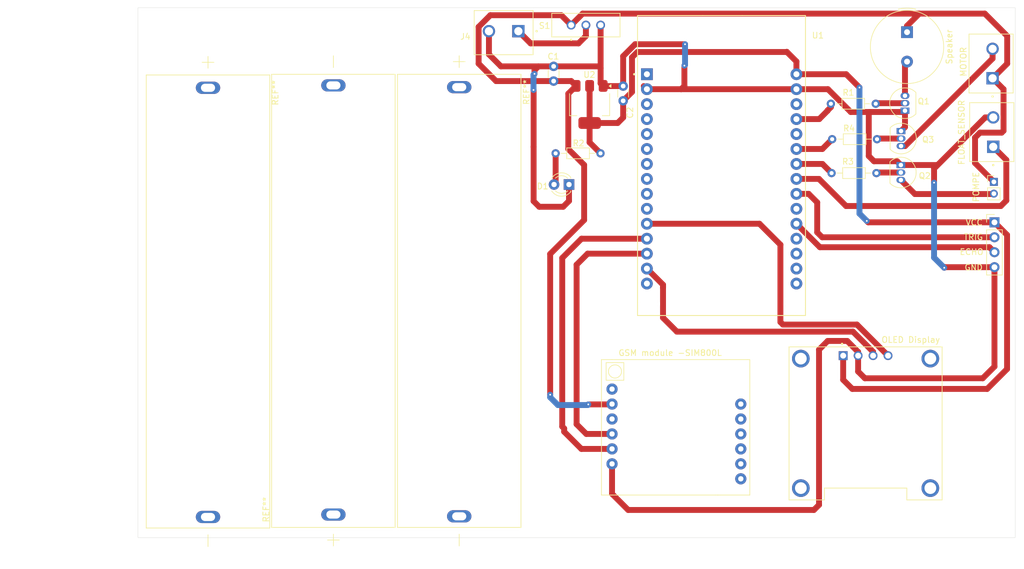
<source format=kicad_pcb>
(kicad_pcb (version 20240108) (generator "pcbnew") (generator_version "8.0")
  (layers (0 "F.Cu" signal) (31 "B.Cu" signal) (34 "B.Paste" user) (35 "F.Paste" user) (36 "B.SilkS" user "B.Silkscreen") (37 "F.SilkS" user "F.Silkscreen") (38 "B.Mask" user) (39 "F.Mask" user) (44 "Edge.Cuts" user))
  (net 0 "")
  (net 1 "GND")
  (net 2 "/Valim")
  (net 3 "+3.3V")
  (net 4 "Net-(D1-A)")
  (net 6 "/TRIG_GPIO")
  (net 7 "/ECHO_GPIO")
  (net 8 "/Q3_COLLECTOR")
  (net 9 "/Q2_COLLECTOR")
  (net 10 "Net-(J4-Pin_1)")
  (net 11 "/FLOAT_SENSOR_GPIO")
  (net 12 "Net-(Q1-C)")
  (net 13 "Net-(Q1-B)")
  (net 14 "Net-(Q2-B)")
  (net 15 "Net-(Q3-B)")
  (net 16 "/ALARM_GPIO")
  (net 17 "/POMPE_GPIO")
  (net 18 "/MOTOR_GPIO")
  (net 19 "/LED_FLOAT_SENSOR_GPIO")
  (net 23 "/SIM800L_RX_GPIO")
  (net 29 "/SIM800L_TX_GPIO")
  (net 30 "/OLED_SDA")
  (net 31 "/OLED_SCL")
  (footprint "Connector_PinHeader_2.54mm:PinHeader_1x04_P2.54mm_Vertical" (layer "F.Cu") (at 186.49 86.45)
    (property "Reference" "VCC" (at -3.45 0.04 0) (layer "F.SilkS"))
    (property "Value" "ultrasonic_sensor")
    (fp_line (start -1.33 -1.33) (end 0 -1.33) (stroke (width 0.12)) (layer "F.SilkS"))
    (fp_line (start -1.33 0) (end -1.33 -1.33) (stroke (width 0.12)) (layer "F.SilkS"))
    (fp_line (start -1.33 1.27) (end -1.33 8.95) (stroke (width 0.12)) (layer "F.SilkS"))
    (fp_line (start -1.33 1.27) (end 1.33 1.27) (stroke (width 0.12)) (layer "F.SilkS"))
    (fp_line (start -1.33 8.95) (end 1.33 8.95) (stroke (width 0.12)) (layer "F.SilkS"))
    (fp_line (start 1.33 1.27) (end 1.33 8.95) (stroke (width 0.12)) (layer "F.SilkS"))
    (pad "1" thru_hole rect (at 0 0) (size 1.7 1.7) (drill 1) (layers "*.Cu" "*.Mask") (net 3 "+3.3V"))
    (pad "2" thru_hole oval (at 0 2.54) (size 1.7 1.7) (drill 1) (layers "*.Cu" "*.Mask") (net 6 "/TRIG_GPIO"))
    (pad "3" thru_hole oval (at 0 5.08) (size 1.7 1.7) (drill 1) (layers "*.Cu" "*.Mask") (net 7 "/ECHO_GPIO"))
    (pad "4" thru_hole oval (at 0 7.62) (size 1.7 1.7) (drill 1) (layers "*.Cu" "*.Mask") (net 1 "GND"))
  )
  (footprint "Resistor_THT:R_Axial_DIN0204_L3.6mm_D1.6mm_P7.62mm_Horizontal" (layer "F.Cu") (at 119.57 74.73 180)
    (property "Reference" "R2" (at 3.73 1.71 0) (layer "F.SilkS"))
    (property "Value" "1k")
    (fp_line (start 6.68 0) (end 5.73 0) (stroke (width 0.12)) (layer "F.SilkS"))
    (fp_line (start 5.73 0.92) (end 5.73 -0.92) (stroke (width 0.12)) (layer "F.SilkS"))
    (fp_line (start 5.73 -0.92) (end 1.89 -0.92) (stroke (width 0.12)) (layer "F.SilkS"))
    (fp_line (start 1.89 0.92) (end 5.73 0.92) (stroke (width 0.12)) (layer "F.SilkS"))
    (fp_line (start 1.89 -0.92) (end 1.89 0.92) (stroke (width 0.12)) (layer "F.SilkS"))
    (fp_line (start 0.94 0) (end 1.89 0) (stroke (width 0.12)) (layer "F.SilkS"))
    (pad "1" thru_hole circle (at 0 0 180) (size 1.4 1.4) (drill 0.7) (layers "*.Cu" "*.Mask") (net 3 "+3.3V"))
    (pad "2" thru_hole oval (at 7.62 0 180) (size 1.4 1.4) (drill 0.7) (layers "*.Cu" "*.Mask") (net 4 "Net-(D1-A)"))
  )
  (footprint "KF301-2P:HANDSON_KF301-2P" (layer "F.Cu") (at 186.28 71.13 90)
    (property "Reference" "FLOAT_SENSOR" (at -0.05 -5.38 90) (layer "F.SilkS"))
    (property "Value" "Float-sensor")
    (fp_line (start 5 -4) (end 5 3.5) (stroke (width 0.127)) (layer "F.SilkS"))
    (fp_line (start -5 -4) (end 5 -4) (stroke (width 0.127)) (layer "F.SilkS"))
    (fp_line (start 5 3.5) (end -5 3.5) (stroke (width 0.127)) (layer "F.SilkS"))
    (fp_line (start -5 3.5) (end -5 -4) (stroke (width 0.127)) (layer "F.SilkS"))
    (fp_circle (center -5.6 0) (end -5.5 0) (stroke (width 0.2)) (fill none) (layer "F.SilkS"))
    (pad "1" thru_hole rect (at -2.5 0 90) (size 2.1 2.1) (drill 1.4) (layers "*.Cu" "*.Mask") (net 11 "/FLOAT_SENSOR_GPIO"))
    (pad "2" thru_hole circle (at 2.5 0 90) (size 2.1 2.1) (drill 1.4) (layers "*.Cu" "*.Mask") (net 1 "GND"))
  )
  (footprint "Package_TO_SOT_THT:TO-92_Inline" (layer "F.Cu") (at 170.62 70.95 -90)
    (property "Reference" "Q3" (at 1.45 -4.6 180) (layer "F.SilkS"))
    (property "Value" "S8550")
    (fp_line (start -0.53 1.85) (end 3.07 1.85) (stroke (width 0.12)) (layer "F.SilkS"))
    (fp_arc (start -0.568478 1.838478) (mid -1.132087 -0.994977) (end 1.27 -2.6) (stroke (width 0.12)) (layer "F.SilkS"))
    (fp_arc (start 1.27 -2.6) (mid 3.672087 -0.994977) (end 3.108478 1.838478) (stroke (width 0.12)) (layer "F.SilkS"))
    (pad "1" thru_hole rect (at 0 0 270) (size 1.05 1.5) (drill 0.75) (layers "*.Cu" "*.Mask") (net 1 "GND"))
    (pad "2" thru_hole oval (at 1.27 0 270) (size 1.05 1.5) (drill 0.75) (layers "*.Cu" "*.Mask") (net 15 "Net-(Q3-B)"))
    (pad "3" thru_hole oval (at 2.54 0 270) (size 1.05 1.5) (drill 0.75) (layers "*.Cu" "*.Mask") (net 8 "/Q3_COLLECTOR"))
  )
  (footprint "Package_TO_SOT_THT:TO-92_Inline" (layer "F.Cu") (at 171.29 67.49 90)
    (property "Reference" "Q1" (at 1.58 3.17 180) (layer "F.SilkS"))
    (property "Value" "S8550")
    (fp_line (start -0.53 1.85) (end 3.07 1.85) (stroke (width 0.12)) (layer "F.SilkS"))
    (fp_arc (start 1.27 -2.6) (mid 3.672087 -0.994977) (end 3.108478 1.838478) (stroke (width 0.12)) (layer "F.SilkS"))
    (fp_arc (start -0.568478 1.838478) (mid -1.132087 -0.994977) (end 1.27 -2.6) (stroke (width 0.12)) (layer "F.SilkS"))
    (pad "1" thru_hole rect (at 0 0 90) (size 1.05 1.5) (drill 0.75) (layers "*.Cu" "*.Mask") (net 1 "GND"))
    (pad "2" thru_hole oval (at 1.27 0 90) (size 1.05 1.5) (drill 0.75) (layers "*.Cu" "*.Mask") (net 13 "Net-(Q1-B)"))
    (pad "3" thru_hole oval (at 2.54 0 90) (size 1.05 1.5) (drill 0.75) (layers "*.Cu" "*.Mask") (net 12 "Net-(Q1-C)"))
  )
  (footprint "Buzzer_Beeper:Buzzer_TDK_PS1240P02BT_D12.2mm_H6.5mm" (layer "F.Cu") (at 171.64 54.149216 -90)
    (property "Reference" "Speaker" (at 2.5 -7.17 90) (layer "F.SilkS"))
    (property "Value" "Speaker_Crystal")
    (fp_arc (start -3.9 1.499999) (mid -4.073431 0) (end -3.9 -1.5) (stroke (width 0.12)) (layer "F.SilkS"))
    (fp_circle (center 2.5 0) (end 8.73 0) (stroke (width 0.12)) (fill none) (layer "F.SilkS"))
    (pad "1" thru_hole rect (at 0 0 270) (size 2 2) (drill 1) (layers "*.Cu" "*.Mask") (net 2 "/Valim"))
    (pad "2" thru_hole circle (at 5 0 270) (size 2 2) (drill 1) (layers "*.Cu" "*.Mask") (net 12 "Net-(Q1-C)"))
  )
  (footprint "MY_LIBRARY:BAT_BK-18650-PC2" (layer "F.Cu") (at 74.2 99.79 90)
    (property "Reference" "REF**" (at -35.455 -11.43 90) (layer "F.SilkS"))
    (property "Value" "BAT_BK-18650-PC2")
    (fp_line (start 38.48 -10.49) (end 38.48 10.49) (stroke (width 0.127)) (layer "F.SilkS"))
    (fp_line (start -38.48 -10.49) (end 38.48 -10.49) (stroke (width 0.127)) (layer "F.SilkS"))
    (fp_line (start -40.63 -1) (end -40.63 1) (stroke (width 0.127)) (layer "F.SilkS"))
    (fp_line (start 39.63 0) (end 41.63 0) (stroke (width 0.127)) (layer "F.SilkS"))
    (fp_line (start -41.63 0) (end -39.63 0) (stroke (width 0.127)) (layer "F.SilkS"))
    (fp_line (start 38.48 10.49) (end -38.48 10.49) (stroke (width 0.127)) (layer "F.SilkS"))
    (fp_line (start -38.48 10.49) (end -38.48 -10.49) (stroke (width 0.127)) (layer "F.SilkS"))
    (pad "" np_thru_hole circle (at -27.805 0 90) (size 3.2 3.2) (drill 3.2) (layers "*.Cu" "*.Mask"))
    (pad "" np_thru_hole circle (at 27.81 0 90) (size 3.2 3.2) (drill 3.2) (layers "*.Cu" "*.Mask"))
    (pad "+" thru_hole oval (at -36.3 0 90) (size 2.07 4.14) (drill oval 1.38 2.4) (layers "*.Cu" "*.Mask"))
    (pad "-" thru_hole oval (at 36.6 0 90) (size 2.07 4.14) (drill oval 1.38 2.4) (layers "*.Cu" "*.Mask"))
  )
  (footprint "Resistor_THT:R_Axial_DIN0204_L3.6mm_D1.6mm_P7.62mm_Horizontal" (layer "F.Cu") (at 158.7 66.31)
    (property "Reference" "R1" (at 2.98 -1.9 360) (layer "F.SilkS"))
    (property "Value" "1k")
    (fp_line (start 0.94 0) (end 1.89 0) (stroke (width 0.12)) (layer "F.SilkS"))
    (fp_line (start 1.89 -0.92) (end 1.89 0.92) (stroke (width 0.12)) (layer "F.SilkS"))
    (fp_line (start 1.89 0.92) (end 5.73 0.92) (stroke (width 0.12)) (layer "F.SilkS"))
    (fp_line (start 5.73 -0.92) (end 1.89 -0.92) (stroke (width 0.12)) (layer "F.SilkS"))
    (fp_line (start 5.73 0.92) (end 5.73 -0.92) (stroke (width 0.12)) (layer "F.SilkS"))
    (fp_line (start 6.68 0) (end 5.73 0) (stroke (width 0.12)) (layer "F.SilkS"))
    (pad "1" thru_hole circle (at 0 0) (size 1.4 1.4) (drill 0.7) (layers "*.Cu" "*.Mask") (net 16 "/ALARM_GPIO"))
    (pad "2" thru_hole oval (at 7.62 0) (size 1.4 1.4) (drill 0.7) (layers "*.Cu" "*.Mask") (net 13 "Net-(Q1-B)"))
  )
  (footprint "Package_TO_SOT_THT:TO-92_Inline" (layer "F.Cu") (at 170.59 76.72 -90)
    (property "Reference" "Q2" (at 1.84 -4.05 180) (layer "F.SilkS"))
    (property "Value" "S8550")
    (fp_line (start -0.53 1.85) (end 3.07 1.85) (stroke (width 0.12)) (layer "F.SilkS"))
    (fp_arc (start -0.568478 1.838478) (mid -1.132087 -0.994977) (end 1.27 -2.6) (stroke (width 0.12)) (layer "F.SilkS"))
    (fp_arc (start 1.27 -2.6) (mid 3.672087 -0.994977) (end 3.108478 1.838478) (stroke (width 0.12)) (layer "F.SilkS"))
    (pad "1" thru_hole rect (at 0 0 270) (size 1.05 1.5) (drill 0.75) (layers "*.Cu" "*.Mask") (net 1 "GND"))
    (pad "2" thru_hole oval (at 1.27 0 270) (size 1.05 1.5) (drill 0.75) (layers "*.Cu" "*.Mask") (net 14 "Net-(Q2-B)"))
    (pad "3" thru_hole oval (at 2.54 0 270) (size 1.05 1.5) (drill 0.75) (layers "*.Cu" "*.Mask") (net 9 "/Q2_COLLECTOR"))
  )
  (footprint "MY_LIBRARY:SW_EG1218" (layer "F.Cu") (at 117.09 52.95)
    (property "Reference" "S1" (at -7.02 0.11 0) (layer "F.SilkS"))
    (property "Value" "EG1218")
    (fp_line (start -5.8 -2) (end 5.8 -2) (stroke (width 0.127)) (layer "F.SilkS"))
    (fp_line (start -5.8 2) (end -5.8 -2) (stroke (width 0.127)) (layer "F.SilkS"))
    (fp_line (start 5.8 -2) (end 5.8 2) (stroke (width 0.127)) (layer "F.SilkS"))
    (fp_line (start 5.8 2) (end -5.8 2) (stroke (width 0.127)) (layer "F.SilkS"))
    (fp_circle (center -2.5 2.5) (end -2.4 2.5) (stroke (width 0.2)) (fill none) (layer "F.SilkS"))
    (pad "1" thru_hole circle (at -2.5 0) (size 1.508 1.508) (drill 1) (layers "*.Cu" "*.Mask") (net 2 "/Valim"))
    (pad "2" thru_hole circle (at 0 0) (size 1.508 1.508) (drill 1) (layers "*.Cu" "*.Mask") (net 10 "Net-(J4-Pin_1)"))
    (pad "3" thru_hole circle (at 2.5 0) (size 1.508 1.508) (drill 1) (layers "*.Cu" "*.Mask") (net 1 "GND"))
  )
  (footprint "Resistor_THT:R_Axial_DIN0204_L3.6mm_D1.6mm_P7.62mm_Horizontal" (layer "F.Cu") (at 158.82 78.09)
    (property "Reference" "R3" (at 2.79 -1.96 0) (layer "F.SilkS"))
    (property "Value" "1k")
    (fp_line (start 0.94 0) (end 1.89 0) (stroke (width 0.12)) (layer "F.SilkS"))
    (fp_line (start 1.89 -0.92) (end 1.89 0.92) (stroke (width 0.12)) (layer "F.SilkS"))
    (fp_line (start 1.89 0.92) (end 5.73 0.92) (stroke (width 0.12)) (layer "F.SilkS"))
    (fp_line (start 5.73 -0.92) (end 1.89 -0.92) (stroke (width 0.12)) (layer "F.SilkS"))
    (fp_line (start 5.73 0.92) (end 5.73 -0.92) (stroke (width 0.12)) (layer "F.SilkS"))
    (fp_line (start 6.68 0) (end 5.73 0) (stroke (width 0.12)) (layer "F.SilkS"))
    (pad "1" thru_hole circle (at 0 0) (size 1.4 1.4) (drill 0.7) (layers "*.Cu" "*.Mask") (net 17 "/POMPE_GPIO"))
    (pad "2" thru_hole oval (at 7.62 0) (size 1.4 1.4) (drill 0.7) (layers "*.Cu" "*.Mask") (net 14 "Net-(Q2-B)"))
  )
  (footprint "MY_LIBRARY:BAT_BK-18650-PC2" (layer "F.Cu") (at 95.57 99.79 -90)
    (property "Reference" "REF**" (at -35.455 -11.43 90) (layer "F.SilkS"))
    (property "Value" "BAT_BK-18650-PC2")
    (fp_line (start -38.48 10.49) (end -38.48 -10.49) (stroke (width 0.127)) (layer "F.SilkS"))
    (fp_line (start 38.48 10.49) (end -38.48 10.49) (stroke (width 0.127)) (layer "F.SilkS"))
    (fp_line (start -41.63 0) (end -39.63 0) (stroke (width 0.127)) (layer "F.SilkS"))
    (fp_line (start 39.63 0) (end 41.63 0) (stroke (width 0.127)) (layer "F.SilkS"))
    (fp_line (start -40.63 -1) (end -40.63 1) (stroke (width 0.127)) (layer "F.SilkS"))
    (fp_line (start -38.48 -10.49) (end 38.48 -10.49) (stroke (width 0.127)) (layer "F.SilkS"))
    (fp_line (start 38.48 -10.49) (end 38.48 10.49) (stroke (width 0.127)) (layer "F.SilkS"))
    (pad "" np_thru_hole circle (at -27.805 0 270) (size 3.2 3.2) (drill 3.2) (layers "*.Cu" "*.Mask"))
    (pad "" np_thru_hole circle (at 27.81 0 270) (size 3.2 3.2) (drill 3.2) (layers "*.Cu" "*.Mask"))
    (pad "+" thru_hole oval (at -36.3 0 270) (size 2.07 4.14) (drill oval 1.38 2.4) (layers "*.Cu" "*.Mask"))
    (pad "-" thru_hole oval (at 36.6 0 270) (size 2.07 4.14) (drill oval 1.38 2.4) (layers "*.Cu" "*.Mask"))
  )
  (footprint "Package_TO_SOT_SMD:SOT-223-3_TabPin2" (layer "F.Cu") (at 117.72 66.43 -90)
    (property "Reference" "U2" (at -5.05 0.04 180) (layer "F.SilkS"))
    (property "Value" "AMS1117-3.3")
    (fp_line (start -1.85 3.41) (end 1.91 3.41) (stroke (width 0.12)) (layer "F.SilkS"))
    (fp_line (start 1.91 3.41) (end 1.91 2.15) (stroke (width 0.12)) (layer "F.SilkS"))
    (fp_line (start -1.85 -3.41) (end 1.91 -3.41) (stroke (width 0.12)) (layer "F.SilkS"))
    (fp_line (start 1.91 -3.41) (end 1.91 -2.15) (stroke (width 0.12)) (layer "F.SilkS"))
    (fp_poly (pts (xy -3.13 -3.31) (xy -3.37 -3.64) (xy -2.89 -3.64) (xy -3.13 -3.31)) (stroke (width 0.12)) (fill solid) (layer "F.SilkS"))
    (pad "1" smd roundrect (at -3.15 -2.3 270) (size 2 1.5) (layers "F.Cu" "F.Paste" "F.Mask") (net 1 "GND"))
    (pad "2" smd roundrect (at -3.15 0 270) (size 2 1.5) (layers "F.Cu" "F.Paste" "F.Mask") (net 3 "+3.3V"))
    (pad "2" smd roundrect (at 3.15 0 270) (size 2 3.8) (layers "F.Cu" "F.Paste" "F.Mask") (net 3 "+3.3V"))
    (pad "3" smd roundrect (at -3.15 2.3 270) (size 2 1.5) (layers "F.Cu" "F.Paste" "F.Mask") (net 2 "/Valim"))
  )
  (footprint "Capacitor_THT:C_Disc_D3.0mm_W1.6mm_P2.50mm" (layer "F.Cu") (at 123.42 65.81 90)
    (property "Reference" "C2" (at -2.02 1.17 90) (layer "F.SilkS"))
    (property "Value" "10u")
    (fp_line (start 0.621 -0.92) (end 1.879 -0.92) (stroke (width 0.12)) (layer "F.SilkS"))
    (fp_line (start 0.621 0.92) (end 1.879 0.92) (stroke (width 0.12)) (layer "F.SilkS"))
    (pad "1" thru_hole circle (at 0 0 90) (size 1.6 1.6) (drill 0.8) (layers "*.Cu" "*.Mask") (net 3 "+3.3V"))
    (pad "2" thru_hole circle (at 2.5 0 90) (size 1.6 1.6) (drill 0.8) (layers "*.Cu" "*.Mask") (net 1 "GND"))
  )
  (footprint "SIM800L-Core-Module-KiCad-Footprint:SIM800L" (layer "F.Cu") (at 121.53 114.78)
    (property "Reference" "GSM module -SIM800L" (at 9.87 -6.15 0) (layer "F.SilkS"))
    (property "Value" "SIM800L-CORE")
    (fp_line (start -1.8 10.8) (end -1.8 -5) (stroke (width 0.12)) (layer "F.SilkS"))
    (fp_line (start -1.8 10.8) (end -1.8 18) (stroke (width 0.12)) (layer "F.SilkS"))
    (fp_line (start -1.8 18) (end 0 18) (stroke (width 0.12)) (layer "F.SilkS"))
    (fp_line (start 0 -5) (end -1.8 -5) (stroke (width 0.12)) (layer "F.SilkS"))
    (fp_line (start 0 -5) (end 20 -5) (stroke (width 0.12)) (layer "F.SilkS"))
    (fp_line (start 0 18) (end 18 18) (stroke (width 0.12)) (layer "F.SilkS"))
    (fp_line (start 18 18) (end 23.4 18) (stroke (width 0.12)) (layer "F.SilkS"))
    (fp_line (start 20 -5) (end 23 -5) (stroke (width 0.12)) (layer "F.SilkS"))
    (fp_line (start 23.4 -5) (end 23 -5) (stroke (width 0.12)) (layer "F.SilkS"))
    (fp_line (start 23.4 18) (end 23.4 -5) (stroke (width 0.12)) (layer "F.SilkS"))
    (fp_rect (start -1 -4.5) (end 2 -1.5) (stroke (width 0.12)) (fill none) (layer "F.SilkS"))
    (fp_circle (center 0.5 -3) (end 1.5 -2.5) (stroke (width 0.12)) (fill none) (layer "F.SilkS"))
    (pad "1" thru_hole circle (at 0 0) (size 1.9 1.9) (drill 0.9) (layers "*.Cu" "*.Mask"))
    (pad "2" thru_hole circle (at 0 2.54) (size 1.9 1.9) (drill 0.9) (layers "*.Cu" "*.Mask") (net 2 "/Valim"))
    (pad "3" thru_hole circle (at 0 5.08) (size 1.9 1.9) (drill 0.9) (layers "*.Cu" "*.Mask"))
    (pad "4" thru_hole circle (at 0 7.62) (size 1.9 1.9) (drill 0.9) (layers "*.Cu" "*.Mask") (net 29 "/SIM800L_TX_GPIO"))
    (pad "5" thru_hole circle (at 0 10.16) (size 1.9 1.9) (drill 0.9) (layers "*.Cu" "*.Mask") (net 23 "/SIM800L_RX_GPIO"))
    (pad "6" thru_hole circle (at 0 12.7) (size 1.9 1.9) (drill 0.9) (layers "*.Cu" "*.Mask") (net 1 "GND"))
    (pad "7" thru_hole circle (at 21.87 15.24) (size 1.9 1.9) (drill 0.9) (layers "*.Cu" "*.Mask"))
    (pad "8" thru_hole circle (at 21.87 12.7) (size 1.9 1.9) (drill 0.9) (layers "*.Cu" "*.Mask"))
    (pad "9" thru_hole circle (at 21.87 10.16) (size 1.9 1.9) (drill 0.9) (layers "*.Cu" "*.Mask"))
    (pad "10" thru_hole circle (at 21.87 7.62) (size 1.9 1.9) (drill 0.9) (layers "*.Cu" "*.Mask"))
    (pad "11" thru_hole circle (at 21.87 5.08) (size 1.9 1.9) (drill 0.9) (layers "*.Cu" "*.Mask"))
    (pad "12" thru_hole circle (at 21.87 2.54) (size 1.9 1.9) (drill 0.9) (layers "*.Cu" "*.Mask"))
  )
  (footprint "Resistor_THT:R_Axial_DIN0204_L3.6mm_D1.6mm_P7.62mm_Horizontal" (layer "F.Cu") (at 158.92 72.33)
    (property "Reference" "R4" (at 2.87 -1.84 0) (layer "F.SilkS"))
    (property "Value" "1k")
    (fp_line (start 0.94 0) (end 1.89 0) (stroke (width 0.12)) (layer "F.SilkS"))
    (fp_line (start 1.89 -0.92) (end 1.89 0.92) (stroke (width 0.12)) (layer "F.SilkS"))
    (fp_line (start 1.89 0.92) (end 5.73 0.92) (stroke (width 0.12)) (layer "F.SilkS"))
    (fp_line (start 5.73 -0.92) (end 1.89 -0.92) (stroke (width 0.12)) (layer "F.SilkS"))
    (fp_line (start 5.73 0.92) (end 5.73 -0.92) (stroke (width 0.12)) (layer "F.SilkS"))
    (fp_line (start 6.68 0) (end 5.73 0) (stroke (width 0.12)) (layer "F.SilkS"))
    (pad "1" thru_hole circle (at 0 0) (size 1.4 1.4) (drill 0.7) (layers "*.Cu" "*.Mask") (net 18 "/MOTOR_GPIO"))
    (pad "2" thru_hole oval (at 7.62 0) (size 1.4 1.4) (drill 0.7) (layers "*.Cu" "*.Mask") (net 15 "Net-(Q3-B)"))
  )
  (footprint "MY_LIBRARY:MODULE_ESP32_DEVKIT_V1" (layer "F.Cu") (at 140.15 76.81)
    (property "Reference" "U1" (at 16.35 -22.1 0) (layer "F.SilkS"))
    (property "Value" "ESP32-DEVKIT-V1")
    (fp_line (start -14.28 -25.475) (end -3.211 -25.475) (stroke (width 0.127)) (layer "F.SilkS"))
    (fp_line (start -14.28 -25.475) (end 14.23 -25.475) (stroke (width 0.127)) (layer "F.SilkS"))
    (fp_line (start -14.28 25.475) (end -14.28 -25.475) (stroke (width 0.127)) (layer "F.SilkS"))
    (fp_line (start -14.28 25.475) (end -14.28 -25.475) (stroke (width 0.127)) (layer "F.SilkS"))
    (fp_line (start -14.28 25.475) (end -8.91 25.475) (stroke (width 0.127)) (layer "F.SilkS"))
    (fp_line (start -8.91 25.475) (end 8.78 25.475) (stroke (width 0.127)) (layer "F.SilkS"))
    (fp_line (start -3.211 -25.475) (end 3.5 -25.475) (stroke (width 0.127)) (layer "F.SilkS"))
    (fp_line (start 3.5 -25.475) (end 14.23 -25.475) (stroke (width 0.127)) (layer "F.SilkS"))
    (fp_line (start 8.78 25.475) (end 14.23 25.475) (stroke (width 0.127)) (layer "F.SilkS"))
    (fp_line (start 14.23 -25.475) (end 14.23 25.475) (stroke (width 0.127)) (layer "F.SilkS"))
    (fp_line (start 14.23 -25.475) (end 14.23 25.475) (stroke (width 0.127)) (layer "F.SilkS"))
    (fp_line (start 14.23 25.475) (end -14.28 25.475) (stroke (width 0.127)) (layer "F.SilkS"))
    (fp_circle (center -14.85 -15.515) (end -14.75 -15.515) (stroke (width 0.2)) (fill none) (layer "F.SilkS"))
    (pad "" np_thru_hole circle (at -12.28 -23.475) (size 3 3) (drill 3) (layers "*.Cu" "*.Mask"))
    (pad "" np_thru_hole circle (at -12.28 23.475) (size 3 3) (drill 3) (layers "*.Cu" "*.Mask"))
    (pad "" np_thru_hole circle (at 12.23 -23.475) (size 3 3) (drill 3) (layers "*.Cu" "*.Mask"))
    (pad "" np_thru_hole circle (at 12.23 23.475) (size 3 3) (drill 3) (layers "*.Cu" "*.Mask"))
    (pad "1" thru_hole rect (at -12.7 -15.515) (size 2 2) (drill 1.02) (layers "*.Cu" "*.Mask"))
    (pad "2" thru_hole circle (at -12.7 -12.975) (size 2 2) (drill 1.02) (layers "*.Cu" "*.Mask") (net 1 "GND"))
    (pad "3" thru_hole circle (at -12.7 -10.435) (size 2 2) (drill 1.02) (layers "*.Cu" "*.Mask"))
    (pad "4" thru_hole circle (at -12.7 -7.895) (size 2 2) (drill 1.02) (layers "*.Cu" "*.Mask"))
    (pad "5" thru_hole circle (at -12.7 -5.355) (size 2 2) (drill 1.02) (layers "*.Cu" "*.Mask"))
    (pad "6" thru_hole circle (at -12.7 -2.815) (size 2 2) (drill 1.02) (layers "*.Cu" "*.Mask"))
    (pad "7" thru_hole circle (at -12.7 -0.275) (size 2 2) (drill 1.02) (layers "*.Cu" "*.Mask"))
    (pad "8" thru_hole circle (at -12.7 2.265) (size 2 2) (drill 1.02) (layers "*.Cu" "*.Mask"))
    (pad "9" thru_hole circle (at -12.7 4.805) (size 2 2) (drill 1.02) (layers "*.Cu" "*.Mask"))
    (pad "10" thru_hole circle (at -12.7 7.345) (size 2 2) (drill 1.02) (layers "*.Cu" "*.Mask"))
    (pad "11" thru_hole circle (at -12.7 9.885) (size 2 2) (drill 1.02) (layers "*.Cu" "*.Mask") (net 30 "/OLED_SDA"))
    (pad "12" thru_hole circle (at -12.7 12.425) (size 2 2) (drill 1.02) (layers "*.Cu" "*.Mask") (net 23 "/SIM800L_RX_GPIO"))
    (pad "13" thru_hole circle (at -12.7 14.965) (size 2 2) (drill 1.02) (layers "*.Cu" "*.Mask") (net 29 "/SIM800L_TX_GPIO"))
    (pad "14" thru_hole circle (at -12.7 17.505) (size 2 2) (drill 1.02) (layers "*.Cu" "*.Mask") (net 31 "/OLED_SCL"))
    (pad "15" thru_hole circle (at -12.7 20.045) (size 2 2) (drill 1.02) (layers "*.Cu" "*.Mask"))
    (pad "16" thru_hole circle (at 12.7 20.045) (size 2 2) (drill 1.02) (layers "*.Cu" "*.Mask"))
    (pad "17" thru_hole circle (at 12.7 17.505) (size 2 2) (drill 1.02) (layers "*.Cu" "*.Mask"))
    (pad "18" thru_hole circle (at 12.7 14.965) (size 2 2) (drill 1.02) (layers "*.Cu" "*.Mask"))
    (pad "19" thru_hole circle (at 12.7 12.425) (size 2 2) (drill 1.02) (layers "*.Cu" "*.Mask"))
    (pad "20" thru_hole circle (at 12.7 9.885) (size 2 2) (drill 1.02) (layers "*.Cu" "*.Mask") (net 7 "/ECHO_GPIO"))
    (pad "21" thru_hole circle (at 12.7 7.345) (size 2 2) (drill 1.02) (layers "*.Cu" "*.Mask") (net 19 "/LED_FLOAT_SENSOR_GPIO"))
    (pad "22" thru_hole circle (at 12.7 4.805) (size 2 2) (drill 1.02) (layers "*.Cu" "*.Mask") (net 6 "/TRIG_GPIO"))
    (pad "23" thru_hole circle (at 12.7 2.265) (size 2 2) (drill 1.02) (layers "*.Cu" "*.Mask") (net 11 "/FLOAT_SENSOR_GPIO"))
    (pad "24" thru_hole circle (at 12.7 -0.275) (size 2 2) (drill 1.02) (layers "*.Cu" "*.Mask") (net 17 "/POMPE_GPIO"))
    (pad "25" thru_hole circle (at 12.7 -2.815) (size 2 2) (drill 1.02) (layers "*.Cu" "*.Mask") (net 18 "/MOTOR_GPIO"))
    (pad "26" thru_hole circle (at 12.7 -5.355) (size 2 2) (drill 1.02) (layers "*.Cu" "*.Mask"))
    (pad "27" thru_hole circle (at 12.7 -7.895) (size 2 2) (drill 1.02) (layers "*.Cu" "*.Mask") (net 16 "/ALARM_GPIO"))
    (pad "28" thru_hole circle (at 12.7 -10.435) (size 2 2) (drill 1.02) (layers "*.Cu" "*.Mask"))
    (pad "29" thru_hole circle (at 12.7 -12.975) (size 2 2) (drill 1.02) (layers "*.Cu" "*.Mask") (net 1 "GND"))
    (pad "30" thru_hole circle (at 12.7 -15.515) (size 2 2) (drill 1.02) (layers "*.Cu" "*.Mask") (net 3 "+3.3V"))
  )
  (footprint "MY_LIBRARY:BAT_BK-18650-PC2" (layer "F.Cu") (at 52.9 99.9 -90)
    (property "Reference" "REF**" (at -35.455 -11.43 90) (layer "F.SilkS"))
    (property "Value" "BAT_BK-18650-PC2")
    (fp_line (start -38.48 10.49) (end -38.48 -10.49) (stroke (width 0.127)) (layer "F.SilkS"))
    (fp_line (start 38.48 10.49) (end -38.48 10.49) (stroke (width 0.127)) (layer "F.SilkS"))
    (fp_line (start -41.63 0) (end -39.63 0) (stroke (width 0.127)) (layer "F.SilkS"))
    (fp_line (start 39.63 0) (end 41.63 0) (stroke (width 0.127)) (layer "F.SilkS"))
    (fp_line (start -40.63 -1) (end -40.63 1) (stroke (width 0.127)) (layer "F.SilkS"))
    (fp_line (start -38.48 -10.49) (end 38.48 -10.49) (stroke (width 0.127)) (layer "F.SilkS"))
    (fp_line (start 38.48 -10.49) (end 38.48 10.49) (stroke (width 0.127)) (layer "F.SilkS"))
    (pad "" np_thru_hole circle (at -27.805 0 270) (size 3.2 3.2) (drill 3.2) (layers "*.Cu" "*.Mask"))
    (pad "" np_thru_hole circle (at 27.81 0 270) (size 3.2 3.2) (drill 3.2) (layers "*.Cu" "*.Mask"))
    (pad "+" thru_hole oval (at -36.3 0 270) (size 2.07 4.14) (drill oval 1.38 2.4) (layers "*.Cu" "*.Mask"))
    (pad "-" thru_hole oval (at 36.6 0 270) (size 2.07 4.14) (drill oval 1.38 2.4) (layers "*.Cu" "*.Mask"))
  )
  (footprint "1:MODULE_DM-OLED096-636" (layer "F.Cu") (at 164.6 120.6)
    (property "Reference" "OLED Display" (at 7.67 -14.2 0) (layer "F.SilkS"))
    (property "Value" "OLED")
    (fp_line (start -13 -13) (end 13 -13) (stroke (width 0.127)) (layer "F.SilkS"))
    (fp_line (start -13 13) (end -13 -13) (stroke (width 0.127)) (layer "F.SilkS"))
    (fp_line (start -7 11) (end -7 13) (stroke (width 0.127)) (layer "F.SilkS"))
    (fp_line (start -7 13) (end -13 13) (stroke (width 0.127)) (layer "F.SilkS"))
    (fp_line (start 7 11) (end -7 11) (stroke (width 0.127)) (layer "F.SilkS"))
    (fp_line (start 7 13) (end 7 11) (stroke (width 0.127)) (layer "F.SilkS"))
    (fp_line (start 13 -13) (end 13 13) (stroke (width 0.127)) (layer "F.SilkS"))
    (fp_line (start 13 13) (end 7 13) (stroke (width 0.127)) (layer "F.SilkS"))
    (fp_circle (center -4 -13.5) (end -3.9 -13.5) (stroke (width 0.2)) (fill none) (layer "F.SilkS"))
    (pad "1" thru_hole rect (at -3.81 -11.5) (size 1.508 1.508) (drill 1) (layers "*.Cu" "*.Mask") (net 3 "+3.3V"))
    (pad "2" thru_hole circle (at -1.27 -11.5) (size 1.508 1.508) (drill 1) (layers "*.Cu" "*.Mask") (net 1 "GND"))
    (pad "3" thru_hole circle (at 1.27 -11.5) (size 1.508 1.508) (drill 1) (layers "*.Cu" "*.Mask") (net 31 "/OLED_SCL"))
    (pad "4" thru_hole circle (at 3.81 -11.5) (size 1.508 1.508) (drill 1) (layers "*.Cu" "*.Mask") (net 30 "/OLED_SDA"))
    (pad "S1" thru_hole circle (at -11 -11) (size 3 3) (drill 2) (layers "*.Cu" "*.Mask"))
    (pad "S2" thru_hole circle (at 11 -11) (size 3 3) (drill 2) (layers "*.Cu" "*.Mask"))
    (pad "S3" thru_hole circle (at 11 11) (size 3 3) (drill 2) (layers "*.Cu" "*.Mask"))
    (pad "S4" thru_hole circle (at -11 11) (size 3 3) (drill 2) (layers "*.Cu" "*.Mask"))
  )
  (footprint "LED_THT:LED_D3.0mm" (layer "F.Cu") (at 114.22 80.03 180)
    (property "Reference" "D1" (at 4.48 -0.3 0) (layer "F.SilkS"))
    (property "Value" "LED_ALIM")
    (fp_line (start -0.29 1.08) (end -0.29 1.236) (stroke (width 0.12)) (layer "F.SilkS"))
    (fp_line (start -0.29 -1.236) (end -0.29 -1.08) (stroke (width 0.12)) (layer "F.SilkS"))
    (fp_arc (start 2.941397 1.080061) (mid 1.365624 1.987701) (end -0.29 1.235516) (stroke (width 0.12)) (layer "F.SilkS"))
    (fp_arc (start 2.31091 1.080049) (mid 1.269965 1.5) (end 0.229039 1.08) (stroke (width 0.12)) (layer "F.SilkS"))
    (fp_arc (start 0.229039 -1.08) (mid 1.269965 -1.5) (end 2.31091 -1.080049) (stroke (width 0.12)) (layer "F.SilkS"))
    (fp_arc (start -0.29 -1.235516) (mid 1.365624 -1.987701) (end 2.941397 -1.080061) (stroke (width 0.12)) (layer "F.SilkS"))
    (pad "1" thru_hole rect (at 0 0 180) (size 1.8 1.8) (drill 0.9) (layers "*.Cu" "*.Mask") (net 1 "GND"))
    (pad "2" thru_hole circle (at 2.54 0 180) (size 1.8 1.8) (drill 0.9) (layers "*.Cu" "*.Mask") (net 4 "Net-(D1-A)"))
  )
  (footprint "KF301-2P:HANDSON_KF301-2P" (layer "F.Cu") (at 186.17 59.48 90)
    (property "Reference" "MOTOR" (at 0.3 -4.95 90) (layer "F.SilkS"))
    (property "Value" "POMPE")
    (fp_line (start 5 -4) (end 5 3.5) (stroke (width 0.127)) (layer "F.SilkS"))
    (fp_line (start -5 -4) (end 5 -4) (stroke (width 0.127)) (layer "F.SilkS"))
    (fp_line (start 5 3.5) (end -5 3.5) (stroke (width 0.127)) (layer "F.SilkS"))
    (fp_line (start -5 3.5) (end -5 -4) (stroke (width 0.127)) (layer "F.SilkS"))
    (fp_circle (center -5.6 0) (end -5.5 0) (stroke (width 0.2)) (fill none) (layer "F.SilkS"))
    (pad "1" thru_hole rect (at -2.5 0 90) (size 2.1 2.1) (drill 1.4) (layers "*.Cu" "*.Mask") (net 2 "/Valim"))
    (pad "2" thru_hole circle (at 2.5 0 90) (size 2.1 2.1) (drill 1.4) (layers "*.Cu" "*.Mask") (net 8 "/Q3_COLLECTOR"))
  )
  (footprint "KF301-2P:HANDSON_KF301-2P" (layer "F.Cu") (at 103.12 53.98 180)
    (property "Reference" "J4" (at 6.5 -0.93 0) (layer "F.SilkS"))
    (property "Value" "Alimentation")
    (fp_line (start 5 3.5) (end -5 3.5) (stroke (width 0.127)) (layer "F.SilkS"))
    (fp_line (start 5 -4) (end 5 3.5) (stroke (width 0.127)) (layer "F.SilkS"))
    (fp_line (start -5 3.5) (end -5 -4) (stroke (width 0.127)) (layer "F.SilkS"))
    (fp_line (start -5 -4) (end 5 -4) (stroke (width 0.127)) (layer "F.SilkS"))
    (fp_circle (center -5.6 0) (end -5.5 0) (stroke (width 0.2)) (fill none) (layer "F.SilkS"))
    (pad "1" thru_hole rect (at -2.5 0 180) (size 2.1 2.1) (drill 1.4) (layers "*.Cu" "*.Mask") (net 10 "Net-(J4-Pin_1)"))
    (pad "2" thru_hole circle (at 2.5 0 180) (size 2.1 2.1) (drill 1.4) (layers "*.Cu" "*.Mask") (net 1 "GND"))
  )
  (footprint "Capacitor_THT:C_Disc_D3.0mm_W1.6mm_P2.50mm" (layer "F.Cu") (at 111.61 62.46 90)
    (property "Reference" "C1" (at 4.18 -0.05 180) (layer "F.SilkS"))
    (property "Value" "22u")
    (fp_line (start 0.621 -0.92) (end 1.879 -0.92) (stroke (width 0.12)) (layer "F.SilkS"))
    (fp_line (start 0.621 0.92) (end 1.879 0.92) (stroke (width 0.12)) (layer "F.SilkS"))
    (pad "1" thru_hole circle (at 0 0 90) (size 1.6 1.6) (drill 0.8) (layers "*.Cu" "*.Mask") (net 2 "/Valim"))
    (pad "2" thru_hole circle (at 2.5 0 90) (size 1.6 1.6) (drill 0.8) (layers "*.Cu" "*.Mask") (net 1 "GND"))
  )
  (footprint "Connector_PinHeader_2.00mm:PinHeader_1x02_P2.00mm_Vertical" (layer "F.Cu") (at 186.39 79.58)
    (property "Reference" "POMPE" (at -3.02 0.88 90) (layer "F.SilkS"))
    (property "Value" "Motor_vanne")
    (fp_line (start -1.06 -1.06) (end 0 -1.06) (stroke (width 0.12)) (layer "F.SilkS"))
    (fp_line (start -1.06 0) (end -1.06 -1.06) (stroke (width 0.12)) (layer "F.SilkS"))
    (fp_line (start -1.06 1) (end -1.06 3.06) (stroke (width 0.12)) (layer "F.SilkS"))
    (fp_line (start -1.06 1) (end 1.06 1) (stroke (width 0.12)) (layer "F.SilkS"))
    (fp_line (start -1.06 3.06) (end 1.06 3.06) (stroke (width 0.12)) (layer "F.SilkS"))
    (fp_line (start 1.06 1) (end 1.06 3.06) (stroke (width 0.12)) (layer "F.SilkS"))
    (pad "1" thru_hole rect (at 0 0) (size 1.35 1.35) (drill 0.8) (layers "*.Cu" "*.Mask") (net 2 "/Valim"))
    (pad "2" thru_hole oval (at 0 2) (size 1.35 1.35) (drill 0.8) (layers "*.Cu" "*.Mask") (net 9 "/Q2_COLLECTOR"))
  )
  (gr_rect (start 41 50) (end 190 140) (stroke (width 0.05)) (fill none) (layer "Edge.Cuts"))
  (gr_text "TRIG" (at 182.9 88.95 0) (layer "F.SilkS") (effects (font (size 1 1))))
  (gr_text "ECHO" (at 182.6 91.48 0) (layer "F.SilkS") (effects (font (size 1 1))))
  (gr_text "GND" (at 182.95 94.12 0) (layer "F.SilkS") (effects (font (size 1 1))))
  (segment (start 186.49 94.07) (end 178.06 94.07) (width 1) (layer "F.Cu") (net 1))
  (segment (start 163.33 109.1) (end 163.33 111.79) (width 1) (layer "F.Cu") (net 1))
  (segment (start 124.27 135.31) (end 155.82 135.31) (width 1) (layer "F.Cu") (net 1))
  (segment (start 109.02 59.96) (end 111.61 59.96) (width 1) (layer "F.Cu") (net 1))
  (segment (start 171.29 67.49) (end 171.29 70.28) (width 1) (layer "F.Cu") (net 1))
  (segment (start 119.59 60.25) (end 119.59 62.85) (width 1) (layer "F.Cu") (net 1))
  (segment (start 119.59 62.85) (end 120.02 63.28) (width 1) (layer "F.Cu") (net 1))
  (segment (start 161.47 106.6) (end 163.33 108.46) (width 1) (layer "F.Cu") (net 1))
  (segment (start 176.23 79.71) (end 176.23 77.22) (width 1) (layer "F.Cu") (net 1))
  (segment (start 125.452944 56.2) (end 133.93 56.2) (width 1) (layer "F.Cu") (net 1))
  (segment (start 155.82 135.31) (end 156.69 134.44) (width 1) (layer "F.Cu") (net 1))
  (segment (start 127.45 63.835) (end 133.27 63.835) (width 1) (layer "F.Cu") (net 1))
  (segment (start 178.06 94.07) (end 177.96 94.17) (width 1) (layer "F.Cu") (net 1))
  (segment (start 108.21 73.63) (end 108.21 82.86) (width 1) (layer "F.Cu") (net 1))
  (segment (start 109.16 83.81) (end 113.23 83.81) (width 1) (layer "F.Cu") (net 1))
  (segment (start 111.61 59.96) (end 119.3 59.96) (width 1) (layer "F.Cu") (net 1))
  (segment (start 126.925 63.31) (end 127.45 63.835) (width 1) (layer "F.Cu") (net 1))
  (segment (start 100.62 53.98) (end 100.62 57.92) (width 1) (layer "F.Cu") (net 1))
  (segment (start 119.3 59.96) (end 119.59 60.25) (width 1) (layer "F.Cu") (net 1))
  (segment (start 165.14 67.93) (end 165.36 67.71) (width 1) (layer "F.Cu") (net 1))
  (segment (start 166.03 76.08) (end 165.14 75.19) (width 1) (layer "F.Cu") (net 1))
  (segment (start 186.49 110.95) (end 186.49 94.07) (width 1) (layer "F.Cu") (net 1))
  (segment (start 162.079899 67.71) (end 158.204899 63.835) (width 1) (layer "F.Cu") (net 1))
  (segment (start 123.42 63.31) (end 123.42 58.232944) (width 1) (layer "F.Cu") (net 1))
  (segment (start 164.48 112.94) (end 184.5 112.94) (width 1) (layer "F.Cu") (net 1))
  (segment (start 158.17 106.6) (end 161.47 106.6) (width 1) (layer "F.Cu") (net 1))
  (segment (start 171.07 67.71) (end 165.36 67.71) (width 1) (layer "F.Cu") (net 1))
  (segment (start 108.21 82.86) (end 109.16 83.81) (width 1) (layer "F.Cu") (net 1))
  (segment (start 184.922944 68.63) (end 176.322944 77.23) (width 1) (layer "F.Cu") (net 1))
  (segment (start 158.204899 63.835) (end 152.85 63.835) (width 1) (layer "F.Cu") (net 1))
  (segment (start 108.36 60.62) (end 109.02 59.96) (width 1) (layer "F.Cu") (net 1))
  (segment (start 184.5 112.94) (end 186.49 110.95) (width 1) (layer "F.Cu") (net 1))
  (segment (start 119.59 52.95) (end 119.59 60.25) (width 1) (layer "F.Cu") (net 1))
  (segment (start 165.14 75.19) (end 165.14 67.93) (width 1) (layer "F.Cu") (net 1))
  (segment (start 114.22 82.82) (end 114.22 80.03) (width 1) (layer "F.Cu") (net 1))
  (segment (start 156.69 108.08) (end 158.17 106.6) (width 1) (layer "F.Cu") (net 1))
  (segment (start 123.42 63.31) (end 120.05 63.31) (width 1) (layer "F.Cu") (net 1))
  (segment (start 133.82 63.285) (end 133.27 63.835) (width 1) (layer "F.Cu") (net 1))
  (segment (start 176.73 76.72) (end 170.59 76.72) (width 1) (layer "F.Cu") (net 1))
  (segment (start 165.36 67.71) (end 162.079899 67.71) (width 1) (layer "F.Cu") (net 1))
  (segment (start 163.33 111.79) (end 164.48 112.94) (width 1) (layer "F.Cu") (net 1))
  (segment (start 113.23 83.81) (end 114.22 82.82) (width 1) (layer "F.Cu") (net 1))
  (segment (start 133.27 63.835) (end 152.85 63.835) (width 1) (layer "F.Cu") (net 1))
  (segment (start 120.05 63.31) (end 120.02 63.28) (width 1) (layer "F.Cu") (net 1))
  (segment (start 100.62 57.92) (end 102.66 59.96) (width 1) (layer "F.Cu") (net 1))
  (segment (start 123.42 58.232944) (end 125.452944 56.2) (width 1) (layer "F.Cu") (net 1))
  (segment (start 186.28 68.63) (end 184.922944 68.63) (width 1) (layer "F.Cu") (net 1))
  (segment (start 108.21 63.99) (end 108.19 63.97) (width 1) (layer "F.Cu") (net 1))
  (segment (start 171.29 67.49) (end 171.07 67.71) (width 1) (layer "F.Cu") (net 1))
  (segment (start 163.33 108.46) (end 163.33 109.1) (width 1) (layer "F.Cu") (net 1))
  (segment (start 170.59 76.72) (end 169.95 76.08) (width 1) (layer "F.Cu") (net 1))
  (segment (start 156.69 134.44) (end 156.69 108.08) (width 1) (layer "F.Cu") (net 1))
  (segment (start 108.21 73.63) (end 108.21 63.99) (width 1) (layer "F.Cu") (net 1))
  (segment (start 169.95 76.08) (end 166.03 76.08) (width 1) (layer "F.Cu") (net 1))
  (segment (start 133.82 59.83) (end 133.82 63.285) (width 1) (layer "F.Cu") (net 1))
  (segment (start 102.66 59.96) (end 109.02 59.96) (width 1) (layer "F.Cu") (net 1))
  (segment (start 176.23 77.22) (end 176.73 76.72) (width 1) (layer "F.Cu") (net 1))
  (segment (start 108.36 61.23) (end 108.36 60.62) (width 1) (layer "F.Cu") (net 1))
  (segment (start 121.53 132.57) (end 124.27 135.31) (width 1) (layer "F.Cu") (net 1))
  (segment (start 121.53 127.48) (end 121.53 132.57) (width 1) (layer "F.Cu") (net 1))
  (segment (start 171.29 70.28) (end 170.62 70.95) (width 1) (layer "F.Cu") (net 1))
  (via (at 108.19 63.97) (size 0.6) (drill 0.3) (layers "F.Cu" "B.Cu") (net 1))
  (via (at 177.96 94.17) (size 0.6) (drill 0.3) (layers "F.Cu" "B.Cu") (net 1))
  (via (at 108.36 61.23) (size 0.6) (drill 0.3) (layers "F.Cu" "B.Cu") (net 1))
  (via (at 133.82 59.83) (size 0.6) (drill 0.3) (layers "F.Cu" "B.Cu") (net 1))
  (via (at 176.23 79.71) (size 0.6) (drill 0.3) (layers "F.Cu" "B.Cu") (net 1))
  (via (at 133.93 56.2) (size 0.6) (drill 0.3) (layers "F.Cu" "B.Cu") (net 1))
  (segment (start 108.19 61.4) (end 108.36 61.23) (width 1) (layer "B.Cu") (net 1))
  (segment (start 177.96 94.17) (end 176.23 92.44) (width 1) (layer "B.Cu") (net 1))
  (segment (start 133.93 59.72) (end 133.82 59.83) (width 1) (layer "B.Cu") (net 1))
  (segment (start 176.23 92.44) (end 176.23 79.71) (width 1) (layer "B.Cu") (net 1))
  (segment (start 108.19 63.97) (end 108.19 61.4) (width 1) (layer "B.Cu") (net 1))
  (segment (start 133.93 56.2) (end 133.93 59.72) (width 1) (layer "B.Cu") (net 1))
  (segment (start 183.19 72.06) (end 183.19 76.38) (width 1) (layer "F.Cu") (net 2))
  (segment (start 188.65 54.8) (end 188.65 59.5) (width 1) (layer "F.Cu") (net 2))
  (segment (start 117.5 117.38) (end 121.47 117.38) (width 1) (layer "F.Cu") (net 2))
  (segment (start 186.17 61.98) (end 188.03 63.84) (width 1) (layer "F.Cu") (net 2))
  (segment (start 114.59 52.95) (end 112.91 51.27) (width 1) (layer "F.Cu") (net 2))
  (segment (start 98.87 59.5) (end 101.83 62.46) (width 1) (layer "F.Cu") (net 2))
  (segment (start 183.19 76.38) (end 186.39 79.58) (width 1) (layer "F.Cu") (net 2))
  (segment (start 121.47 117.38) (end 121.53 117.32) (width 1) (layer "F.Cu") (net 2))
  (segment (start 187.71 71.22) (end 184.03 71.22) (width 1) (layer "F.Cu") (net 2))
  (segment (start 116.79 86.06) (end 111.02 91.83) (width 1) (layer "F.Cu") (net 2))
  (segment (start 171.64 53.08) (end 173.72 51) (width 1) (layer "F.Cu") (net 2))
  (segment (start 98.87 53.255126) (end 98.87 59.5) (width 1) (layer "F.Cu") (net 2))
  (segment (start 114.6 62.46) (end 115.42 63.28) (width 1) (layer "F.Cu") (net 2))
  (segment (start 101.83 62.46) (end 111.61 62.46) (width 1) (layer "F.Cu") (net 2))
  (segment (start 114.1 74.01) (end 116.79 76.7) (width 1) (layer "F.Cu") (net 2))
  (segment (start 184.85 51) (end 188.65 54.8) (width 1) (layer "F.Cu") (net 2))
  (segment (start 171.64 54.149216) (end 171.64 53.08) (width 1) (layer "F.Cu") (net 2))
  (segment (start 188.03 63.84) (end 188.03 70.9) (width 1) (layer "F.Cu") (net 2))
  (segment (start 116.54 51) (end 173.72 51) (width 1) (layer "F.Cu") (net 2))
  (segment (start 111.02 91.83) (end 111.02 115.73) (width 1) (layer "F.Cu") (net 2))
  (segment (start 184.03 71.22) (end 183.19 72.06) (width 1) (layer "F.Cu") (net 2))
  (segment (start 111.61 62.46) (end 114.6 62.46) (width 1) (layer "F.Cu") (net 2))
  (segment (start 188.65 59.5) (end 186.17 61.98) (width 1) (layer "F.Cu") (net 2))
  (segment (start 114.59 52.95) (end 116.54 51) (width 1) (layer "F.Cu") (net 2))
  (segment (start 115.42 63.28) (end 114.1 64.6) (width 1) (layer "F.Cu") (net 2))
  (segment (start 188.03 70.9) (end 187.71 71.22) (width 1) (layer "F.Cu") (net 2))
  (segment (start 173.72 51) (end 184.85 51) (width 1) (layer "F.Cu") (net 2))
  (segment (start 116.79 76.7) (end 116.79 86.06) (width 1) (layer "F.Cu") (net 2))
  (segment (start 114.1 64.6) (end 114.1 74.01) (width 1) (layer "F.Cu") (net 2))
  (segment (start 112.91 51.27) (end 100.855126 51.27) (width 1) (layer "F.Cu") (net 2))
  (segment (start 100.855126 51.27) (end 98.87 53.255126) (width 1) (layer "F.Cu") (net 2))
  (via (at 111.02 115.73) (size 0.6) (drill 0.3) (layers "F.Cu" "B.Cu") (net 2))
  (via (at 117.5 117.38) (size 0.6) (drill 0.3) (layers "F.Cu" "B.Cu") (net 2))
  (segment (start 111.02 115.73) (end 111.02 116.17) (width 1) (layer "B.Cu") (net 2))
  (segment (start 111.02 116.17) (end 112.34 117.49) (width 1) (layer "B.Cu") (net 2))
  (segment (start 112.34 117.49) (end 117.39 117.49) (width 1) (layer "B.Cu") (net 2))
  (segment (start 117.39 117.49) (end 117.5 117.38) (width 1) (layer "B.Cu") (net 2))
  (segment (start 165.04 86.45) (end 164.8 86.21) (width 1) (layer "F.Cu") (net 3))
  (segment (start 162.34 114.75) (end 185.25 114.75) (width 1) (layer "F.Cu") (net 3))
  (segment (start 123.42 65.81) (end 124.92 64.31) (width 1) (layer "F.Cu") (net 3))
  (segment (start 125.83 57.52) (end 151.18 57.52) (width 1) (layer "F.Cu") (net 3))
  (segment (start 117.72 69.58) (end 122.49 69.58) (width 1) (layer "F.Cu") (net 3))
  (segment (start 119.57 74.64) (end 119.57 74.73) (width 1) (layer "F.Cu") (net 3))
  (segment (start 161.305 61.295) (end 152.85 61.295) (width 1) (layer "F.Cu") (net 3))
  (segment (start 185.25 114.75) (end 188.63 111.37) (width 1) (layer "F.Cu") (net 3))
  (segment (start 117.72 63.28) (end 117.72 69.58) (width 1) (layer "F.Cu") (net 3))
  (segment (start 151.21 57.49) (end 152.85 59.13) (width 1) (layer "F.Cu") (net 3))
  (segment (start 151.18 57.52) (end 151.21 57.49) (width 1) (layer "F.Cu") (net 3))
  (segment (start 160.79 113.2) (end 162.34 114.75) (width 1) (layer "F.Cu") (net 3))
  (segment (start 124.92 58.43) (end 125.83 57.52) (width 1) (layer "F.Cu") (net 3))
  (segment (start 117.72 69.58) (end 117.72 72.88) (width 1) (layer "F.Cu") (net 3))
  (segment (start 188.63 111.37) (end 188.63 88.59) (width 1) (layer "F.Cu") (net 3))
  (segment (start 152.85 59.13) (end 152.85 61.295) (width 1) (layer "F.Cu") (net 3))
  (segment (start 160.79 109.1) (end 160.79 113.2) (width 1) (layer "F.Cu") (net 3))
  (segment (start 186.49 86.45) (end 165.04 86.45) (width 1) (layer "F.Cu") (net 3))
  (segment (start 122.49 69.58) (end 123.42 68.65) (width 1) (layer "F.Cu") (net 3))
  (segment (start 124.92 64.31) (end 124.92 58.43) (width 1) (layer "F.Cu") (net 3))
  (segment (start 117.72 72.88) (end 119.57 74.73) (width 1) (layer "F.Cu") (net 3))
  (segment (start 188.63 88.59) (end 186.49 86.45) (width 1) (layer "F.Cu") (net 3))
  (segment (start 163.56 63.55) (end 161.305 61.295) (width 1) (layer "F.Cu") (net 3))
  (segment (start 123.42 68.65) (end 123.42 65.81) (width 1) (layer "F.Cu") (net 3))
  (via (at 163.56 63.55) (size 0.6) (drill 0.3) (layers "F.Cu" "B.Cu") (net 3))
  (via (at 164.8 86.21) (size 0.6) (drill 0.3) (layers "F.Cu" "B.Cu") (net 3))
  (segment (start 164.8 86.21) (end 163.56 84.97) (width 1) (layer "B.Cu") (net 3))
  (segment (start 163.56 84.97) (end 163.56 63.55) (width 1) (layer "B.Cu") (net 3))
  (segment (start 111.95 74.73) (end 111.95 79.76) (width 1) (layer "F.Cu") (net 4))
  (segment (start 111.95 79.76) (end 111.68 80.03) (width 1) (layer "F.Cu") (net 4))
  (segment (start 156.38 83.07) (end 154.925 81.615) (width 1) (layer "F.Cu") (net 6))
  (segment (start 154.925 81.615) (end 152.85 81.615) (width 1) (layer "F.Cu") (net 6))
  (segment (start 157.22 88.99) (end 156.38 88.15) (width 1) (layer "F.Cu") (net 6))
  (segment (start 186.49 88.99) (end 157.22 88.99) (width 1) (layer "F.Cu") (net 6))
  (segment (start 156.38 88.15) (end 156.38 83.07) (width 1) (layer "F.Cu") (net 6))
  (segment (start 156.835 90.68) (end 152.85 86.695) (width 1) (layer "F.Cu") (net 7))
  (segment (start 186.49 91.53) (end 185.64 90.68) (width 1) (layer "F.Cu") (net 7))
  (segment (start 185.64 90.68) (end 156.835 90.68) (width 1) (layer "F.Cu") (net 7))
  (segment (start 170.62 73.49) (end 171.307412 73.49) (width 1) (layer "F.Cu") (net 8))
  (segment (start 186.17 58.627412) (end 186.17 56.98) (width 1) (layer "F.Cu") (net 8))
  (segment (start 171.307412 73.49) (end 186.17 58.627412) (width 1) (layer "F.Cu") (net 8))
  (segment (start 172.98 81.65) (end 186.32 81.65) (width 1) (layer "F.Cu") (net 9))
  (segment (start 170.59 79.26) (end 172.98 81.65) (width 1) (layer "F.Cu") (net 9))
  (segment (start 186.32 81.65) (end 186.39 81.58) (width 1) (layer "F.Cu") (net 9))
  (segment (start 105.62 53.98) (end 107.69 56.05) (width 1) (layer "F.Cu") (net 10))
  (segment (start 107.69 56.05) (end 115.84 56.05) (width 1) (layer "F.Cu") (net 10))
  (segment (start 115.84 56.05) (end 117.09 54.8) (width 1) (layer "F.Cu") (net 10))
  (segment (start 117.09 54.8) (end 117.09 52.95) (width 1) (layer "F.Cu") (net 10))
  (segment (start 187.57 83.68) (end 161.28 83.68) (width 1) (layer "F.Cu") (net 11))
  (segment (start 186.28 73.63) (end 188.5 75.85) (width 1) (layer "F.Cu") (net 11))
  (segment (start 188.5 82.75) (end 187.57 83.68) (width 1) (layer "F.Cu") (net 11))
  (segment (start 188.5 75.85) (end 188.5 82.75) (width 1) (layer "F.Cu") (net 11))
  (segment (start 161.28 83.68) (end 156.675 79.075) (width 1) (layer "F.Cu") (net 11))
  (segment (start 156.675 79.075) (end 152.85 79.075) (width 1) (layer "F.Cu") (net 11))
  (segment (start 171.29 64.95) (end 171.29 59.499216) (width 1) (layer "F.Cu") (net 12))
  (segment (start 171.29 59.499216) (end 171.64 59.149216) (width 1) (layer "F.Cu") (net 12))
  (segment (start 166.41 66.22) (end 171.29 66.22) (width 1) (layer "F.Cu") (net 13))
  (segment (start 166.32 66.31) (end 166.41 66.22) (width 1) (layer "F.Cu") (net 13))
  (segment (start 166.54 77.99) (end 166.44 78.09) (width 1) (layer "F.Cu") (net 14))
  (segment (start 170.59 77.99) (end 166.54 77.99) (width 1) (layer "F.Cu") (net 14))
  (segment (start 166.54 72.33) (end 166.65 72.22) (width 1) (layer "F.Cu") (net 15))
  (segment (start 166.65 72.22) (end 170.62 72.22) (width 1) (layer "F.Cu") (net 15))
  (segment (start 158.7 66.89) (end 158.7 66.31) (width 1) (layer "F.Cu") (net 16))
  (segment (start 152.85 68.915) (end 156.725 68.915) (width 1) (layer "F.Cu") (net 16))
  (segment (start 158.14 67.45) (end 158.7 66.89) (width 1) (layer "F.Cu") (net 16))
  (segment (start 158.14 67.5) (end 158.14 67.45) (width 1) (layer "F.Cu") (net 16))
  (segment (start 156.725 68.915) (end 158.14 67.5) (width 1) (layer "F.Cu") (net 16))
  (segment (start 157.265 76.535) (end 158.82 78.09) (width 1) (layer "F.Cu") (net 17))
  (segment (start 152.85 76.535) (end 157.265 76.535) (width 1) (layer "F.Cu") (net 17))
  (segment (start 157.255 73.995) (end 158.92 72.33) (width 1) (layer "F.Cu") (net 18))
  (segment (start 152.85 73.995) (end 157.255 73.995) (width 1) (layer "F.Cu") (net 18))
  (segment (start 116.32 124.94) (end 113.4 122.02) (width 1) (layer "F.Cu") (net 23))
  (segment (start 113.4 121.47) (end 113.07 121.14) (width 1) (layer "F.Cu") (net 23))
  (segment (start 113.07 121.14) (end 113.07 92.51) (width 1) (layer "F.Cu") (net 23))
  (segment (start 113.07 92.51) (end 116.345 89.235) (width 1) (layer "F.Cu") (net 23))
  (segment (start 113.4 122.02) (end 113.4 121.47) (width 1) (layer "F.Cu") (net 23))
  (segment (start 116.345 89.235) (end 127.45 89.235) (width 1) (layer "F.Cu") (net 23))
  (segment (start 121.53 124.94) (end 116.32 124.94) (width 1) (layer "F.Cu") (net 23))
  (segment (start 121.53 122.4) (end 117.16 122.4) (width 1) (layer "F.Cu") (net 29))
  (segment (start 117.385 91.775) (end 127.45 91.775) (width 1) (layer "F.Cu") (net 29))
  (segment (start 117.16 122.4) (end 115.51 120.75) (width 1) (layer "F.Cu") (net 29))
  (segment (start 115.51 120.75) (end 115.51 93.65) (width 1) (layer "F.Cu") (net 29))
  (segment (start 115.51 93.65) (end 117.385 91.775) (width 1) (layer "F.Cu") (net 29))
  (segment (start 150.13 103.39) (end 150.56 103.82) (width 1) (layer "F.Cu") (net 30))
  (segment (start 146.575 86.695) (end 150.13 90.25) (width 1) (layer "F.Cu") (net 30))
  (segment (start 150.56 103.82) (end 163.13 103.82) (width 1) (layer "F.Cu") (net 30))
  (segment (start 163.13 103.82) (end 168.41 109.1) (width 1) (layer "F.Cu") (net 30))
  (segment (start 127.45 86.695) (end 146.575 86.695) (width 1) (layer "F.Cu") (net 30))
  (segment (start 150.13 90.25) (end 150.13 103.39) (width 1) (layer "F.Cu") (net 30))
  (segment (start 132.54 105.02) (end 162.45 105.02) (width 1) (layer "F.Cu") (net 31))
  (segment (start 130.2 97.065) (end 130.2 97.49) (width 1) (layer "F.Cu") (net 31))
  (segment (start 127.45 94.315) (end 130.2 97.065) (width 1) (layer "F.Cu") (net 31))
  (segment (start 130.19 102.67) (end 132.54 105.02) (width 1) (layer "F.Cu") (net 31))
  (segment (start 130.19 97.5) (end 130.19 102.67) (width 1) (layer "F.Cu") (net 31))
  (segment (start 162.45 105.02) (end 165.87 108.44) (width 1) (layer "F.Cu") (net 31))
  (segment (start 165.87 108.44) (end 165.87 109.1) (width 1) (layer "F.Cu") (net 31))
  (segment (start 130.2 97.49) (end 130.19 97.5) (width 1) (layer "F.Cu") (net 31))
)
</source>
